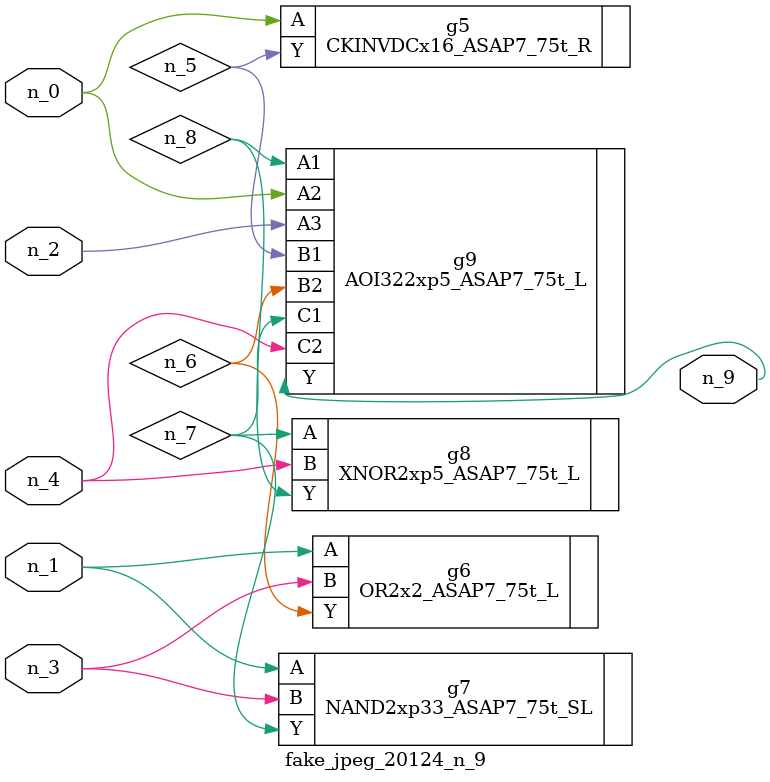
<source format=v>
module fake_jpeg_20124_n_9 (n_3, n_2, n_1, n_0, n_4, n_9);

input n_3;
input n_2;
input n_1;
input n_0;
input n_4;

output n_9;

wire n_8;
wire n_6;
wire n_5;
wire n_7;

CKINVDCx16_ASAP7_75t_R g5 ( 
.A(n_0),
.Y(n_5)
);

OR2x2_ASAP7_75t_L g6 ( 
.A(n_1),
.B(n_3),
.Y(n_6)
);

NAND2xp33_ASAP7_75t_SL g7 ( 
.A(n_1),
.B(n_3),
.Y(n_7)
);

XNOR2xp5_ASAP7_75t_L g8 ( 
.A(n_7),
.B(n_4),
.Y(n_8)
);

AOI322xp5_ASAP7_75t_L g9 ( 
.A1(n_8),
.A2(n_0),
.A3(n_2),
.B1(n_5),
.B2(n_6),
.C1(n_7),
.C2(n_4),
.Y(n_9)
);


endmodule
</source>
